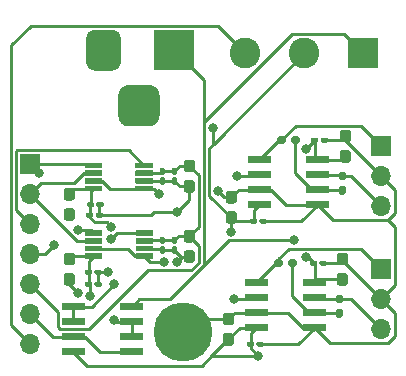
<source format=gbr>
%TF.GenerationSoftware,KiCad,Pcbnew,5.1.9+dfsg1-1+deb11u1*%
%TF.CreationDate,2023-02-21T15:32:32-05:00*%
%TF.ProjectId,DAC8811-sch,44414338-3831-4312-9d73-63682e6b6963,rev?*%
%TF.SameCoordinates,Original*%
%TF.FileFunction,Copper,L1,Top*%
%TF.FilePolarity,Positive*%
%FSLAX46Y46*%
G04 Gerber Fmt 4.6, Leading zero omitted, Abs format (unit mm)*
G04 Created by KiCad (PCBNEW 5.1.9+dfsg1-1+deb11u1) date 2023-02-21 15:32:32*
%MOMM*%
%LPD*%
G01*
G04 APERTURE LIST*
%TA.AperFunction,ComponentPad*%
%ADD10R,1.700000X1.700000*%
%TD*%
%TA.AperFunction,ComponentPad*%
%ADD11O,1.700000X1.700000*%
%TD*%
%TA.AperFunction,ComponentPad*%
%ADD12R,3.500000X3.500000*%
%TD*%
%TA.AperFunction,ComponentPad*%
%ADD13R,2.600000X2.600000*%
%TD*%
%TA.AperFunction,ComponentPad*%
%ADD14C,2.600000*%
%TD*%
%TA.AperFunction,ComponentPad*%
%ADD15C,5.000000*%
%TD*%
%TA.AperFunction,ViaPad*%
%ADD16C,0.800000*%
%TD*%
%TA.AperFunction,Conductor*%
%ADD17C,0.250000*%
%TD*%
G04 APERTURE END LIST*
%TO.P,C1,2*%
%TO.N,GND1*%
%TA.AperFunction,SMDPad,CuDef*%
G36*
G01*
X139683500Y-107879000D02*
X139208500Y-107879000D01*
G75*
G02*
X138971000Y-107641500I0J237500D01*
G01*
X138971000Y-107041500D01*
G75*
G02*
X139208500Y-106804000I237500J0D01*
G01*
X139683500Y-106804000D01*
G75*
G02*
X139921000Y-107041500I0J-237500D01*
G01*
X139921000Y-107641500D01*
G75*
G02*
X139683500Y-107879000I-237500J0D01*
G01*
G37*
%TD.AperFunction*%
%TO.P,C1,1*%
%TO.N,OPAMP_P*%
%TA.AperFunction,SMDPad,CuDef*%
G36*
G01*
X139683500Y-109604000D02*
X139208500Y-109604000D01*
G75*
G02*
X138971000Y-109366500I0J237500D01*
G01*
X138971000Y-108766500D01*
G75*
G02*
X139208500Y-108529000I237500J0D01*
G01*
X139683500Y-108529000D01*
G75*
G02*
X139921000Y-108766500I0J-237500D01*
G01*
X139921000Y-109366500D01*
G75*
G02*
X139683500Y-109604000I-237500J0D01*
G01*
G37*
%TD.AperFunction*%
%TD*%
%TO.P,C2,1*%
%TO.N,GND1*%
%TA.AperFunction,SMDPad,CuDef*%
G36*
G01*
X129556500Y-111984500D02*
X130031500Y-111984500D01*
G75*
G02*
X130269000Y-112222000I0J-237500D01*
G01*
X130269000Y-112822000D01*
G75*
G02*
X130031500Y-113059500I-237500J0D01*
G01*
X129556500Y-113059500D01*
G75*
G02*
X129319000Y-112822000I0J237500D01*
G01*
X129319000Y-112222000D01*
G75*
G02*
X129556500Y-111984500I237500J0D01*
G01*
G37*
%TD.AperFunction*%
%TO.P,C2,2*%
%TO.N,OPAMP_N*%
%TA.AperFunction,SMDPad,CuDef*%
G36*
G01*
X129556500Y-113709500D02*
X130031500Y-113709500D01*
G75*
G02*
X130269000Y-113947000I0J-237500D01*
G01*
X130269000Y-114547000D01*
G75*
G02*
X130031500Y-114784500I-237500J0D01*
G01*
X129556500Y-114784500D01*
G75*
G02*
X129319000Y-114547000I0J237500D01*
G01*
X129319000Y-113947000D01*
G75*
G02*
X129556500Y-113709500I237500J0D01*
G01*
G37*
%TD.AperFunction*%
%TD*%
%TO.P,C3,2*%
%TO.N,GND1*%
%TA.AperFunction,SMDPad,CuDef*%
G36*
G01*
X137350500Y-107796000D02*
X137350500Y-107596000D01*
G75*
G02*
X137450500Y-107496000I100000J0D01*
G01*
X137885500Y-107496000D01*
G75*
G02*
X137985500Y-107596000I0J-100000D01*
G01*
X137985500Y-107796000D01*
G75*
G02*
X137885500Y-107896000I-100000J0D01*
G01*
X137450500Y-107896000D01*
G75*
G02*
X137350500Y-107796000I0J100000D01*
G01*
G37*
%TD.AperFunction*%
%TO.P,C3,1*%
%TO.N,OPAMP_P*%
%TA.AperFunction,SMDPad,CuDef*%
G36*
G01*
X136535500Y-107796000D02*
X136535500Y-107596000D01*
G75*
G02*
X136635500Y-107496000I100000J0D01*
G01*
X137070500Y-107496000D01*
G75*
G02*
X137170500Y-107596000I0J-100000D01*
G01*
X137170500Y-107796000D01*
G75*
G02*
X137070500Y-107896000I-100000J0D01*
G01*
X136635500Y-107896000D01*
G75*
G02*
X136535500Y-107796000I0J100000D01*
G01*
G37*
%TD.AperFunction*%
%TD*%
%TO.P,C4,1*%
%TO.N,GND1*%
%TA.AperFunction,SMDPad,CuDef*%
G36*
G01*
X132805000Y-114454000D02*
X132805000Y-114654000D01*
G75*
G02*
X132705000Y-114754000I-100000J0D01*
G01*
X132270000Y-114754000D01*
G75*
G02*
X132170000Y-114654000I0J100000D01*
G01*
X132170000Y-114454000D01*
G75*
G02*
X132270000Y-114354000I100000J0D01*
G01*
X132705000Y-114354000D01*
G75*
G02*
X132805000Y-114454000I0J-100000D01*
G01*
G37*
%TD.AperFunction*%
%TO.P,C4,2*%
%TO.N,OPAMP_N*%
%TA.AperFunction,SMDPad,CuDef*%
G36*
G01*
X131990000Y-114454000D02*
X131990000Y-114654000D01*
G75*
G02*
X131890000Y-114754000I-100000J0D01*
G01*
X131455000Y-114754000D01*
G75*
G02*
X131355000Y-114654000I0J100000D01*
G01*
X131355000Y-114454000D01*
G75*
G02*
X131455000Y-114354000I100000J0D01*
G01*
X131890000Y-114354000D01*
G75*
G02*
X131990000Y-114454000I0J-100000D01*
G01*
G37*
%TD.AperFunction*%
%TD*%
%TO.P,C5,1*%
%TO.N,DVDD*%
%TA.AperFunction,SMDPad,CuDef*%
G36*
G01*
X126000500Y-115286500D02*
X126475500Y-115286500D01*
G75*
G02*
X126713000Y-115524000I0J-237500D01*
G01*
X126713000Y-116124000D01*
G75*
G02*
X126475500Y-116361500I-237500J0D01*
G01*
X126000500Y-116361500D01*
G75*
G02*
X125763000Y-116124000I0J237500D01*
G01*
X125763000Y-115524000D01*
G75*
G02*
X126000500Y-115286500I237500J0D01*
G01*
G37*
%TD.AperFunction*%
%TO.P,C5,2*%
%TO.N,GND1*%
%TA.AperFunction,SMDPad,CuDef*%
G36*
G01*
X126000500Y-117011500D02*
X126475500Y-117011500D01*
G75*
G02*
X126713000Y-117249000I0J-237500D01*
G01*
X126713000Y-117849000D01*
G75*
G02*
X126475500Y-118086500I-237500J0D01*
G01*
X126000500Y-118086500D01*
G75*
G02*
X125763000Y-117849000I0J237500D01*
G01*
X125763000Y-117249000D01*
G75*
G02*
X126000500Y-117011500I237500J0D01*
G01*
G37*
%TD.AperFunction*%
%TD*%
%TO.P,C6,2*%
%TO.N,GND1*%
%TA.AperFunction,SMDPad,CuDef*%
G36*
G01*
X126000500Y-111069000D02*
X126475500Y-111069000D01*
G75*
G02*
X126713000Y-111306500I0J-237500D01*
G01*
X126713000Y-111906500D01*
G75*
G02*
X126475500Y-112144000I-237500J0D01*
G01*
X126000500Y-112144000D01*
G75*
G02*
X125763000Y-111906500I0J237500D01*
G01*
X125763000Y-111306500D01*
G75*
G02*
X126000500Y-111069000I237500J0D01*
G01*
G37*
%TD.AperFunction*%
%TO.P,C6,1*%
%TO.N,DVDD*%
%TA.AperFunction,SMDPad,CuDef*%
G36*
G01*
X126000500Y-109344000D02*
X126475500Y-109344000D01*
G75*
G02*
X126713000Y-109581500I0J-237500D01*
G01*
X126713000Y-110181500D01*
G75*
G02*
X126475500Y-110419000I-237500J0D01*
G01*
X126000500Y-110419000D01*
G75*
G02*
X125763000Y-110181500I0J237500D01*
G01*
X125763000Y-109581500D01*
G75*
G02*
X126000500Y-109344000I237500J0D01*
G01*
G37*
%TD.AperFunction*%
%TD*%
%TO.P,C7,2*%
%TO.N,GND1*%
%TA.AperFunction,SMDPad,CuDef*%
G36*
G01*
X124868000Y-116676000D02*
X125068000Y-116676000D01*
G75*
G02*
X125168000Y-116776000I0J-100000D01*
G01*
X125168000Y-117211000D01*
G75*
G02*
X125068000Y-117311000I-100000J0D01*
G01*
X124868000Y-117311000D01*
G75*
G02*
X124768000Y-117211000I0J100000D01*
G01*
X124768000Y-116776000D01*
G75*
G02*
X124868000Y-116676000I100000J0D01*
G01*
G37*
%TD.AperFunction*%
%TO.P,C7,1*%
%TO.N,DVDD*%
%TA.AperFunction,SMDPad,CuDef*%
G36*
G01*
X124868000Y-115861000D02*
X125068000Y-115861000D01*
G75*
G02*
X125168000Y-115961000I0J-100000D01*
G01*
X125168000Y-116396000D01*
G75*
G02*
X125068000Y-116496000I-100000J0D01*
G01*
X124868000Y-116496000D01*
G75*
G02*
X124768000Y-116396000I0J100000D01*
G01*
X124768000Y-115961000D01*
G75*
G02*
X124868000Y-115861000I100000J0D01*
G01*
G37*
%TD.AperFunction*%
%TD*%
%TO.P,C8,2*%
%TO.N,GND1*%
%TA.AperFunction,SMDPad,CuDef*%
G36*
G01*
X124868000Y-110834000D02*
X125068000Y-110834000D01*
G75*
G02*
X125168000Y-110934000I0J-100000D01*
G01*
X125168000Y-111369000D01*
G75*
G02*
X125068000Y-111469000I-100000J0D01*
G01*
X124868000Y-111469000D01*
G75*
G02*
X124768000Y-111369000I0J100000D01*
G01*
X124768000Y-110934000D01*
G75*
G02*
X124868000Y-110834000I100000J0D01*
G01*
G37*
%TD.AperFunction*%
%TO.P,C8,1*%
%TO.N,DVDD*%
%TA.AperFunction,SMDPad,CuDef*%
G36*
G01*
X124868000Y-110019000D02*
X125068000Y-110019000D01*
G75*
G02*
X125168000Y-110119000I0J-100000D01*
G01*
X125168000Y-110554000D01*
G75*
G02*
X125068000Y-110654000I-100000J0D01*
G01*
X124868000Y-110654000D01*
G75*
G02*
X124768000Y-110554000I0J100000D01*
G01*
X124768000Y-110119000D01*
G75*
G02*
X124868000Y-110019000I100000J0D01*
G01*
G37*
%TD.AperFunction*%
%TD*%
%TO.P,C9,1*%
%TO.N,DVDD*%
%TA.AperFunction,SMDPad,CuDef*%
G36*
G01*
X123852000Y-115861000D02*
X124052000Y-115861000D01*
G75*
G02*
X124152000Y-115961000I0J-100000D01*
G01*
X124152000Y-116396000D01*
G75*
G02*
X124052000Y-116496000I-100000J0D01*
G01*
X123852000Y-116496000D01*
G75*
G02*
X123752000Y-116396000I0J100000D01*
G01*
X123752000Y-115961000D01*
G75*
G02*
X123852000Y-115861000I100000J0D01*
G01*
G37*
%TD.AperFunction*%
%TO.P,C9,2*%
%TO.N,GND1*%
%TA.AperFunction,SMDPad,CuDef*%
G36*
G01*
X123852000Y-116676000D02*
X124052000Y-116676000D01*
G75*
G02*
X124152000Y-116776000I0J-100000D01*
G01*
X124152000Y-117211000D01*
G75*
G02*
X124052000Y-117311000I-100000J0D01*
G01*
X123852000Y-117311000D01*
G75*
G02*
X123752000Y-117211000I0J100000D01*
G01*
X123752000Y-116776000D01*
G75*
G02*
X123852000Y-116676000I100000J0D01*
G01*
G37*
%TD.AperFunction*%
%TD*%
%TO.P,C10,1*%
%TO.N,DVDD*%
%TA.AperFunction,SMDPad,CuDef*%
G36*
G01*
X123852000Y-110019000D02*
X124052000Y-110019000D01*
G75*
G02*
X124152000Y-110119000I0J-100000D01*
G01*
X124152000Y-110554000D01*
G75*
G02*
X124052000Y-110654000I-100000J0D01*
G01*
X123852000Y-110654000D01*
G75*
G02*
X123752000Y-110554000I0J100000D01*
G01*
X123752000Y-110119000D01*
G75*
G02*
X123852000Y-110019000I100000J0D01*
G01*
G37*
%TD.AperFunction*%
%TO.P,C10,2*%
%TO.N,GND1*%
%TA.AperFunction,SMDPad,CuDef*%
G36*
G01*
X123852000Y-110834000D02*
X124052000Y-110834000D01*
G75*
G02*
X124152000Y-110934000I0J-100000D01*
G01*
X124152000Y-111369000D01*
G75*
G02*
X124052000Y-111469000I-100000J0D01*
G01*
X123852000Y-111469000D01*
G75*
G02*
X123752000Y-111369000I0J100000D01*
G01*
X123752000Y-110934000D01*
G75*
G02*
X123852000Y-110834000I100000J0D01*
G01*
G37*
%TD.AperFunction*%
%TD*%
%TO.P,C21,1*%
%TO.N,OPAMP_P*%
%TA.AperFunction,SMDPad,CuDef*%
G36*
G01*
X139429500Y-120018000D02*
X138954500Y-120018000D01*
G75*
G02*
X138717000Y-119780500I0J237500D01*
G01*
X138717000Y-119180500D01*
G75*
G02*
X138954500Y-118943000I237500J0D01*
G01*
X139429500Y-118943000D01*
G75*
G02*
X139667000Y-119180500I0J-237500D01*
G01*
X139667000Y-119780500D01*
G75*
G02*
X139429500Y-120018000I-237500J0D01*
G01*
G37*
%TD.AperFunction*%
%TO.P,C21,2*%
%TO.N,GND1*%
%TA.AperFunction,SMDPad,CuDef*%
G36*
G01*
X139429500Y-118293000D02*
X138954500Y-118293000D01*
G75*
G02*
X138717000Y-118055500I0J237500D01*
G01*
X138717000Y-117455500D01*
G75*
G02*
X138954500Y-117218000I237500J0D01*
G01*
X139429500Y-117218000D01*
G75*
G02*
X139667000Y-117455500I0J-237500D01*
G01*
X139667000Y-118055500D01*
G75*
G02*
X139429500Y-118293000I-237500J0D01*
G01*
G37*
%TD.AperFunction*%
%TD*%
%TO.P,C22,2*%
%TO.N,OPAMP_N*%
%TA.AperFunction,SMDPad,CuDef*%
G36*
G01*
X129302500Y-124023000D02*
X129777500Y-124023000D01*
G75*
G02*
X130015000Y-124260500I0J-237500D01*
G01*
X130015000Y-124860500D01*
G75*
G02*
X129777500Y-125098000I-237500J0D01*
G01*
X129302500Y-125098000D01*
G75*
G02*
X129065000Y-124860500I0J237500D01*
G01*
X129065000Y-124260500D01*
G75*
G02*
X129302500Y-124023000I237500J0D01*
G01*
G37*
%TD.AperFunction*%
%TO.P,C22,1*%
%TO.N,GND1*%
%TA.AperFunction,SMDPad,CuDef*%
G36*
G01*
X129302500Y-122298000D02*
X129777500Y-122298000D01*
G75*
G02*
X130015000Y-122535500I0J-237500D01*
G01*
X130015000Y-123135500D01*
G75*
G02*
X129777500Y-123373000I-237500J0D01*
G01*
X129302500Y-123373000D01*
G75*
G02*
X129065000Y-123135500I0J237500D01*
G01*
X129065000Y-122535500D01*
G75*
G02*
X129302500Y-122298000I237500J0D01*
G01*
G37*
%TD.AperFunction*%
%TD*%
%TO.P,C23,2*%
%TO.N,GND1*%
%TA.AperFunction,SMDPad,CuDef*%
G36*
G01*
X137250000Y-118210000D02*
X137250000Y-118010000D01*
G75*
G02*
X137350000Y-117910000I100000J0D01*
G01*
X137785000Y-117910000D01*
G75*
G02*
X137885000Y-118010000I0J-100000D01*
G01*
X137885000Y-118210000D01*
G75*
G02*
X137785000Y-118310000I-100000J0D01*
G01*
X137350000Y-118310000D01*
G75*
G02*
X137250000Y-118210000I0J100000D01*
G01*
G37*
%TD.AperFunction*%
%TO.P,C23,1*%
%TO.N,OPAMP_P*%
%TA.AperFunction,SMDPad,CuDef*%
G36*
G01*
X136435000Y-118210000D02*
X136435000Y-118010000D01*
G75*
G02*
X136535000Y-117910000I100000J0D01*
G01*
X136970000Y-117910000D01*
G75*
G02*
X137070000Y-118010000I0J-100000D01*
G01*
X137070000Y-118210000D01*
G75*
G02*
X136970000Y-118310000I-100000J0D01*
G01*
X136535000Y-118310000D01*
G75*
G02*
X136435000Y-118210000I0J100000D01*
G01*
G37*
%TD.AperFunction*%
%TD*%
%TO.P,C24,1*%
%TO.N,GND1*%
%TA.AperFunction,SMDPad,CuDef*%
G36*
G01*
X132551000Y-124868000D02*
X132551000Y-125068000D01*
G75*
G02*
X132451000Y-125168000I-100000J0D01*
G01*
X132016000Y-125168000D01*
G75*
G02*
X131916000Y-125068000I0J100000D01*
G01*
X131916000Y-124868000D01*
G75*
G02*
X132016000Y-124768000I100000J0D01*
G01*
X132451000Y-124768000D01*
G75*
G02*
X132551000Y-124868000I0J-100000D01*
G01*
G37*
%TD.AperFunction*%
%TO.P,C24,2*%
%TO.N,OPAMP_N*%
%TA.AperFunction,SMDPad,CuDef*%
G36*
G01*
X131736000Y-124868000D02*
X131736000Y-125068000D01*
G75*
G02*
X131636000Y-125168000I-100000J0D01*
G01*
X131201000Y-125168000D01*
G75*
G02*
X131101000Y-125068000I0J100000D01*
G01*
X131101000Y-124868000D01*
G75*
G02*
X131201000Y-124768000I100000J0D01*
G01*
X131636000Y-124768000D01*
G75*
G02*
X131736000Y-124868000I0J-100000D01*
G01*
G37*
%TD.AperFunction*%
%TD*%
D10*
%TO.P,J1,1*%
%TO.N,SCLK*%
X112776000Y-109728000D03*
D11*
%TO.P,J1,2*%
%TO.N,SDIN*%
X112776000Y-112268000D03*
%TO.P,J1,3*%
%TO.N,CS_X*%
X112776000Y-114808000D03*
%TO.P,J1,4*%
%TO.N,CS_Y*%
X112776000Y-117348000D03*
%TO.P,J1,5*%
%TO.N,DVDD*%
X112776000Y-119888000D03*
%TO.P,J1,6*%
%TO.N,5V*%
X112776000Y-122428000D03*
%TO.P,J1,7*%
%TO.N,GND1*%
X112776000Y-124968000D03*
%TD*%
D12*
%TO.P,J3,1*%
%TO.N,OPAMP_P*%
X124968000Y-100076000D03*
%TO.P,J3,2*%
%TO.N,OPAMP_N*%
%TA.AperFunction,ComponentPad*%
G36*
G01*
X117468000Y-101076000D02*
X117468000Y-99076000D01*
G75*
G02*
X118218000Y-98326000I750000J0D01*
G01*
X119718000Y-98326000D01*
G75*
G02*
X120468000Y-99076000I0J-750000D01*
G01*
X120468000Y-101076000D01*
G75*
G02*
X119718000Y-101826000I-750000J0D01*
G01*
X118218000Y-101826000D01*
G75*
G02*
X117468000Y-101076000I0J750000D01*
G01*
G37*
%TD.AperFunction*%
%TO.P,J3,3*%
%TO.N,N/C*%
%TA.AperFunction,ComponentPad*%
G36*
G01*
X120218000Y-105651000D02*
X120218000Y-103901000D01*
G75*
G02*
X121093000Y-103026000I875000J0D01*
G01*
X122843000Y-103026000D01*
G75*
G02*
X123718000Y-103901000I0J-875000D01*
G01*
X123718000Y-105651000D01*
G75*
G02*
X122843000Y-106526000I-875000J0D01*
G01*
X121093000Y-106526000D01*
G75*
G02*
X120218000Y-105651000I0J875000D01*
G01*
G37*
%TD.AperFunction*%
%TD*%
D10*
%TO.P,J4,1*%
%TO.N,VOUT_Y_P*%
X142494000Y-118618000D03*
D11*
%TO.P,J4,2*%
%TO.N,GND1*%
X142494000Y-121158000D03*
%TO.P,J4,3*%
%TO.N,VOUT_Y_N*%
X142494000Y-123698000D03*
%TD*%
%TO.P,J5,3*%
%TO.N,VOUT_X_N*%
X142494000Y-113284000D03*
%TO.P,J5,2*%
%TO.N,GND1*%
X142494000Y-110744000D03*
D10*
%TO.P,J5,1*%
%TO.N,VOUT_X_P*%
X142494000Y-108204000D03*
%TD*%
%TO.P,R1,2*%
%TO.N,Net-(R1-Pad2)*%
%TA.AperFunction,SMDPad,CuDef*%
G36*
G01*
X138778000Y-121995500D02*
X139098000Y-121995500D01*
G75*
G02*
X139258000Y-122155500I0J-160000D01*
G01*
X139258000Y-122550500D01*
G75*
G02*
X139098000Y-122710500I-160000J0D01*
G01*
X138778000Y-122710500D01*
G75*
G02*
X138618000Y-122550500I0J160000D01*
G01*
X138618000Y-122155500D01*
G75*
G02*
X138778000Y-121995500I160000J0D01*
G01*
G37*
%TD.AperFunction*%
%TO.P,R1,1*%
%TO.N,VOUT_Y_N*%
%TA.AperFunction,SMDPad,CuDef*%
G36*
G01*
X138778000Y-120800500D02*
X139098000Y-120800500D01*
G75*
G02*
X139258000Y-120960500I0J-160000D01*
G01*
X139258000Y-121355500D01*
G75*
G02*
X139098000Y-121515500I-160000J0D01*
G01*
X138778000Y-121515500D01*
G75*
G02*
X138618000Y-121355500I0J160000D01*
G01*
X138618000Y-120960500D01*
G75*
G02*
X138778000Y-120800500I160000J0D01*
G01*
G37*
%TD.AperFunction*%
%TD*%
%TO.P,R2,1*%
%TO.N,VOUT_Y_P*%
%TA.AperFunction,SMDPad,CuDef*%
G36*
G01*
X133411000Y-118270000D02*
X133411000Y-117950000D01*
G75*
G02*
X133571000Y-117790000I160000J0D01*
G01*
X133966000Y-117790000D01*
G75*
G02*
X134126000Y-117950000I0J-160000D01*
G01*
X134126000Y-118270000D01*
G75*
G02*
X133966000Y-118430000I-160000J0D01*
G01*
X133571000Y-118430000D01*
G75*
G02*
X133411000Y-118270000I0J160000D01*
G01*
G37*
%TD.AperFunction*%
%TO.P,R2,2*%
%TO.N,Net-(R1-Pad2)*%
%TA.AperFunction,SMDPad,CuDef*%
G36*
G01*
X134606000Y-118270000D02*
X134606000Y-117950000D01*
G75*
G02*
X134766000Y-117790000I160000J0D01*
G01*
X135161000Y-117790000D01*
G75*
G02*
X135321000Y-117950000I0J-160000D01*
G01*
X135321000Y-118270000D01*
G75*
G02*
X135161000Y-118430000I-160000J0D01*
G01*
X134766000Y-118430000D01*
G75*
G02*
X134606000Y-118270000I0J160000D01*
G01*
G37*
%TD.AperFunction*%
%TD*%
%TO.P,R3,2*%
%TO.N,Net-(R3-Pad2)*%
%TA.AperFunction,SMDPad,CuDef*%
G36*
G01*
X139032000Y-111581500D02*
X139352000Y-111581500D01*
G75*
G02*
X139512000Y-111741500I0J-160000D01*
G01*
X139512000Y-112136500D01*
G75*
G02*
X139352000Y-112296500I-160000J0D01*
G01*
X139032000Y-112296500D01*
G75*
G02*
X138872000Y-112136500I0J160000D01*
G01*
X138872000Y-111741500D01*
G75*
G02*
X139032000Y-111581500I160000J0D01*
G01*
G37*
%TD.AperFunction*%
%TO.P,R3,1*%
%TO.N,VOUT_X_N*%
%TA.AperFunction,SMDPad,CuDef*%
G36*
G01*
X139032000Y-110386500D02*
X139352000Y-110386500D01*
G75*
G02*
X139512000Y-110546500I0J-160000D01*
G01*
X139512000Y-110941500D01*
G75*
G02*
X139352000Y-111101500I-160000J0D01*
G01*
X139032000Y-111101500D01*
G75*
G02*
X138872000Y-110941500I0J160000D01*
G01*
X138872000Y-110546500D01*
G75*
G02*
X139032000Y-110386500I160000J0D01*
G01*
G37*
%TD.AperFunction*%
%TD*%
%TO.P,R4,1*%
%TO.N,VOUT_X_P*%
%TA.AperFunction,SMDPad,CuDef*%
G36*
G01*
X133665000Y-107856000D02*
X133665000Y-107536000D01*
G75*
G02*
X133825000Y-107376000I160000J0D01*
G01*
X134220000Y-107376000D01*
G75*
G02*
X134380000Y-107536000I0J-160000D01*
G01*
X134380000Y-107856000D01*
G75*
G02*
X134220000Y-108016000I-160000J0D01*
G01*
X133825000Y-108016000D01*
G75*
G02*
X133665000Y-107856000I0J160000D01*
G01*
G37*
%TD.AperFunction*%
%TO.P,R4,2*%
%TO.N,Net-(R3-Pad2)*%
%TA.AperFunction,SMDPad,CuDef*%
G36*
G01*
X134860000Y-107856000D02*
X134860000Y-107536000D01*
G75*
G02*
X135020000Y-107376000I160000J0D01*
G01*
X135415000Y-107376000D01*
G75*
G02*
X135575000Y-107536000I0J-160000D01*
G01*
X135575000Y-107856000D01*
G75*
G02*
X135415000Y-108016000I-160000J0D01*
G01*
X135020000Y-108016000D01*
G75*
G02*
X134860000Y-107856000I0J160000D01*
G01*
G37*
%TD.AperFunction*%
%TD*%
%TO.P,U1,8*%
%TO.N,CS_Y*%
%TA.AperFunction,SMDPad,CuDef*%
G36*
G01*
X121693000Y-115781200D02*
X121693000Y-115358800D01*
G75*
G02*
X121721800Y-115330000I28800J0D01*
G01*
X123134200Y-115330000D01*
G75*
G02*
X123163000Y-115358800I0J-28800D01*
G01*
X123163000Y-115781200D01*
G75*
G02*
X123134200Y-115810000I-28800J0D01*
G01*
X121721800Y-115810000D01*
G75*
G02*
X121693000Y-115781200I0J28800D01*
G01*
G37*
%TD.AperFunction*%
%TO.P,U1,7*%
%TO.N,DVDD*%
%TA.AperFunction,SMDPad,CuDef*%
G36*
G01*
X121693000Y-116431200D02*
X121693000Y-116008800D01*
G75*
G02*
X121721800Y-115980000I28800J0D01*
G01*
X123134200Y-115980000D01*
G75*
G02*
X123163000Y-116008800I0J-28800D01*
G01*
X123163000Y-116431200D01*
G75*
G02*
X123134200Y-116460000I-28800J0D01*
G01*
X121721800Y-116460000D01*
G75*
G02*
X121693000Y-116431200I0J28800D01*
G01*
G37*
%TD.AperFunction*%
%TO.P,U1,6*%
%TO.N,GND1*%
%TA.AperFunction,SMDPad,CuDef*%
G36*
G01*
X121693000Y-117081200D02*
X121693000Y-116658800D01*
G75*
G02*
X121721800Y-116630000I28800J0D01*
G01*
X123134200Y-116630000D01*
G75*
G02*
X123163000Y-116658800I0J-28800D01*
G01*
X123163000Y-117081200D01*
G75*
G02*
X123134200Y-117110000I-28800J0D01*
G01*
X121721800Y-117110000D01*
G75*
G02*
X121693000Y-117081200I0J28800D01*
G01*
G37*
%TD.AperFunction*%
%TO.P,U1,5*%
%TO.N,Net-(U1-Pad3)*%
%TA.AperFunction,SMDPad,CuDef*%
G36*
G01*
X121693000Y-117731200D02*
X121693000Y-117308800D01*
G75*
G02*
X121721800Y-117280000I28800J0D01*
G01*
X123134200Y-117280000D01*
G75*
G02*
X123163000Y-117308800I0J-28800D01*
G01*
X123163000Y-117731200D01*
G75*
G02*
X123134200Y-117760000I-28800J0D01*
G01*
X121721800Y-117760000D01*
G75*
G02*
X121693000Y-117731200I0J28800D01*
G01*
G37*
%TD.AperFunction*%
%TO.P,U1,4*%
%TO.N,Vref_y*%
%TA.AperFunction,SMDPad,CuDef*%
G36*
G01*
X117393000Y-117731200D02*
X117393000Y-117308800D01*
G75*
G02*
X117421800Y-117280000I28800J0D01*
G01*
X118834200Y-117280000D01*
G75*
G02*
X118863000Y-117308800I0J-28800D01*
G01*
X118863000Y-117731200D01*
G75*
G02*
X118834200Y-117760000I-28800J0D01*
G01*
X117421800Y-117760000D01*
G75*
G02*
X117393000Y-117731200I0J28800D01*
G01*
G37*
%TD.AperFunction*%
%TO.P,U1,3*%
%TO.N,Net-(U1-Pad3)*%
%TA.AperFunction,SMDPad,CuDef*%
G36*
G01*
X117393000Y-117081200D02*
X117393000Y-116658800D01*
G75*
G02*
X117421800Y-116630000I28800J0D01*
G01*
X118834200Y-116630000D01*
G75*
G02*
X118863000Y-116658800I0J-28800D01*
G01*
X118863000Y-117081200D01*
G75*
G02*
X118834200Y-117110000I-28800J0D01*
G01*
X117421800Y-117110000D01*
G75*
G02*
X117393000Y-117081200I0J28800D01*
G01*
G37*
%TD.AperFunction*%
%TO.P,U1,2*%
%TO.N,SDIN*%
%TA.AperFunction,SMDPad,CuDef*%
G36*
G01*
X117393000Y-116431200D02*
X117393000Y-116008800D01*
G75*
G02*
X117421800Y-115980000I28800J0D01*
G01*
X118834200Y-115980000D01*
G75*
G02*
X118863000Y-116008800I0J-28800D01*
G01*
X118863000Y-116431200D01*
G75*
G02*
X118834200Y-116460000I-28800J0D01*
G01*
X117421800Y-116460000D01*
G75*
G02*
X117393000Y-116431200I0J28800D01*
G01*
G37*
%TD.AperFunction*%
%TO.P,U1,1*%
%TO.N,SCLK*%
%TA.AperFunction,SMDPad,CuDef*%
G36*
G01*
X117393000Y-115781200D02*
X117393000Y-115358800D01*
G75*
G02*
X117421800Y-115330000I28800J0D01*
G01*
X118834200Y-115330000D01*
G75*
G02*
X118863000Y-115358800I0J-28800D01*
G01*
X118863000Y-115781200D01*
G75*
G02*
X118834200Y-115810000I-28800J0D01*
G01*
X117421800Y-115810000D01*
G75*
G02*
X117393000Y-115781200I0J28800D01*
G01*
G37*
%TD.AperFunction*%
%TD*%
%TO.P,U2,1*%
%TO.N,SCLK*%
%TA.AperFunction,SMDPad,CuDef*%
G36*
G01*
X117375000Y-110051200D02*
X117375000Y-109628800D01*
G75*
G02*
X117403800Y-109600000I28800J0D01*
G01*
X118816200Y-109600000D01*
G75*
G02*
X118845000Y-109628800I0J-28800D01*
G01*
X118845000Y-110051200D01*
G75*
G02*
X118816200Y-110080000I-28800J0D01*
G01*
X117403800Y-110080000D01*
G75*
G02*
X117375000Y-110051200I0J28800D01*
G01*
G37*
%TD.AperFunction*%
%TO.P,U2,2*%
%TO.N,SDIN*%
%TA.AperFunction,SMDPad,CuDef*%
G36*
G01*
X117375000Y-110701200D02*
X117375000Y-110278800D01*
G75*
G02*
X117403800Y-110250000I28800J0D01*
G01*
X118816200Y-110250000D01*
G75*
G02*
X118845000Y-110278800I0J-28800D01*
G01*
X118845000Y-110701200D01*
G75*
G02*
X118816200Y-110730000I-28800J0D01*
G01*
X117403800Y-110730000D01*
G75*
G02*
X117375000Y-110701200I0J28800D01*
G01*
G37*
%TD.AperFunction*%
%TO.P,U2,3*%
%TO.N,Net-(U2-Pad3)*%
%TA.AperFunction,SMDPad,CuDef*%
G36*
G01*
X117375000Y-111351200D02*
X117375000Y-110928800D01*
G75*
G02*
X117403800Y-110900000I28800J0D01*
G01*
X118816200Y-110900000D01*
G75*
G02*
X118845000Y-110928800I0J-28800D01*
G01*
X118845000Y-111351200D01*
G75*
G02*
X118816200Y-111380000I-28800J0D01*
G01*
X117403800Y-111380000D01*
G75*
G02*
X117375000Y-111351200I0J28800D01*
G01*
G37*
%TD.AperFunction*%
%TO.P,U2,4*%
%TO.N,Vref_x*%
%TA.AperFunction,SMDPad,CuDef*%
G36*
G01*
X117375000Y-112001200D02*
X117375000Y-111578800D01*
G75*
G02*
X117403800Y-111550000I28800J0D01*
G01*
X118816200Y-111550000D01*
G75*
G02*
X118845000Y-111578800I0J-28800D01*
G01*
X118845000Y-112001200D01*
G75*
G02*
X118816200Y-112030000I-28800J0D01*
G01*
X117403800Y-112030000D01*
G75*
G02*
X117375000Y-112001200I0J28800D01*
G01*
G37*
%TD.AperFunction*%
%TO.P,U2,5*%
%TO.N,Net-(U2-Pad3)*%
%TA.AperFunction,SMDPad,CuDef*%
G36*
G01*
X121675000Y-112001200D02*
X121675000Y-111578800D01*
G75*
G02*
X121703800Y-111550000I28800J0D01*
G01*
X123116200Y-111550000D01*
G75*
G02*
X123145000Y-111578800I0J-28800D01*
G01*
X123145000Y-112001200D01*
G75*
G02*
X123116200Y-112030000I-28800J0D01*
G01*
X121703800Y-112030000D01*
G75*
G02*
X121675000Y-112001200I0J28800D01*
G01*
G37*
%TD.AperFunction*%
%TO.P,U2,6*%
%TO.N,GND1*%
%TA.AperFunction,SMDPad,CuDef*%
G36*
G01*
X121675000Y-111351200D02*
X121675000Y-110928800D01*
G75*
G02*
X121703800Y-110900000I28800J0D01*
G01*
X123116200Y-110900000D01*
G75*
G02*
X123145000Y-110928800I0J-28800D01*
G01*
X123145000Y-111351200D01*
G75*
G02*
X123116200Y-111380000I-28800J0D01*
G01*
X121703800Y-111380000D01*
G75*
G02*
X121675000Y-111351200I0J28800D01*
G01*
G37*
%TD.AperFunction*%
%TO.P,U2,7*%
%TO.N,DVDD*%
%TA.AperFunction,SMDPad,CuDef*%
G36*
G01*
X121675000Y-110701200D02*
X121675000Y-110278800D01*
G75*
G02*
X121703800Y-110250000I28800J0D01*
G01*
X123116200Y-110250000D01*
G75*
G02*
X123145000Y-110278800I0J-28800D01*
G01*
X123145000Y-110701200D01*
G75*
G02*
X123116200Y-110730000I-28800J0D01*
G01*
X121703800Y-110730000D01*
G75*
G02*
X121675000Y-110701200I0J28800D01*
G01*
G37*
%TD.AperFunction*%
%TO.P,U2,8*%
%TO.N,CS_X*%
%TA.AperFunction,SMDPad,CuDef*%
G36*
G01*
X121675000Y-110051200D02*
X121675000Y-109628800D01*
G75*
G02*
X121703800Y-109600000I28800J0D01*
G01*
X123116200Y-109600000D01*
G75*
G02*
X123145000Y-109628800I0J-28800D01*
G01*
X123145000Y-110051200D01*
G75*
G02*
X123116200Y-110080000I-28800J0D01*
G01*
X121703800Y-110080000D01*
G75*
G02*
X121675000Y-110051200I0J28800D01*
G01*
G37*
%TD.AperFunction*%
%TD*%
%TO.P,U3,1*%
%TO.N,VOUT_Y_P*%
%TA.AperFunction,SMDPad,CuDef*%
G36*
G01*
X130911000Y-120019000D02*
X130911000Y-119503000D01*
G75*
G02*
X130953000Y-119461000I42000J0D01*
G01*
X132839000Y-119461000D01*
G75*
G02*
X132881000Y-119503000I0J-42000D01*
G01*
X132881000Y-120019000D01*
G75*
G02*
X132839000Y-120061000I-42000J0D01*
G01*
X130953000Y-120061000D01*
G75*
G02*
X130911000Y-120019000I0J42000D01*
G01*
G37*
%TD.AperFunction*%
%TO.P,U3,2*%
%TO.N,Net-(U1-Pad3)*%
%TA.AperFunction,SMDPad,CuDef*%
G36*
G01*
X130911000Y-121289000D02*
X130911000Y-120773000D01*
G75*
G02*
X130953000Y-120731000I42000J0D01*
G01*
X132839000Y-120731000D01*
G75*
G02*
X132881000Y-120773000I0J-42000D01*
G01*
X132881000Y-121289000D01*
G75*
G02*
X132839000Y-121331000I-42000J0D01*
G01*
X130953000Y-121331000D01*
G75*
G02*
X130911000Y-121289000I0J42000D01*
G01*
G37*
%TD.AperFunction*%
%TO.P,U3,3*%
%TO.N,GND1*%
%TA.AperFunction,SMDPad,CuDef*%
G36*
G01*
X130911000Y-122559000D02*
X130911000Y-122043000D01*
G75*
G02*
X130953000Y-122001000I42000J0D01*
G01*
X132839000Y-122001000D01*
G75*
G02*
X132881000Y-122043000I0J-42000D01*
G01*
X132881000Y-122559000D01*
G75*
G02*
X132839000Y-122601000I-42000J0D01*
G01*
X130953000Y-122601000D01*
G75*
G02*
X130911000Y-122559000I0J42000D01*
G01*
G37*
%TD.AperFunction*%
%TO.P,U3,4*%
%TO.N,OPAMP_N*%
%TA.AperFunction,SMDPad,CuDef*%
G36*
G01*
X130911000Y-123829000D02*
X130911000Y-123313000D01*
G75*
G02*
X130953000Y-123271000I42000J0D01*
G01*
X132839000Y-123271000D01*
G75*
G02*
X132881000Y-123313000I0J-42000D01*
G01*
X132881000Y-123829000D01*
G75*
G02*
X132839000Y-123871000I-42000J0D01*
G01*
X130953000Y-123871000D01*
G75*
G02*
X130911000Y-123829000I0J42000D01*
G01*
G37*
%TD.AperFunction*%
%TO.P,U3,5*%
%TO.N,GND1*%
%TA.AperFunction,SMDPad,CuDef*%
G36*
G01*
X135851000Y-123829000D02*
X135851000Y-123313000D01*
G75*
G02*
X135893000Y-123271000I42000J0D01*
G01*
X137779000Y-123271000D01*
G75*
G02*
X137821000Y-123313000I0J-42000D01*
G01*
X137821000Y-123829000D01*
G75*
G02*
X137779000Y-123871000I-42000J0D01*
G01*
X135893000Y-123871000D01*
G75*
G02*
X135851000Y-123829000I0J42000D01*
G01*
G37*
%TD.AperFunction*%
%TO.P,U3,6*%
%TO.N,Net-(R1-Pad2)*%
%TA.AperFunction,SMDPad,CuDef*%
G36*
G01*
X135851000Y-122559000D02*
X135851000Y-122043000D01*
G75*
G02*
X135893000Y-122001000I42000J0D01*
G01*
X137779000Y-122001000D01*
G75*
G02*
X137821000Y-122043000I0J-42000D01*
G01*
X137821000Y-122559000D01*
G75*
G02*
X137779000Y-122601000I-42000J0D01*
G01*
X135893000Y-122601000D01*
G75*
G02*
X135851000Y-122559000I0J42000D01*
G01*
G37*
%TD.AperFunction*%
%TO.P,U3,7*%
%TO.N,VOUT_Y_N*%
%TA.AperFunction,SMDPad,CuDef*%
G36*
G01*
X135851000Y-121289000D02*
X135851000Y-120773000D01*
G75*
G02*
X135893000Y-120731000I42000J0D01*
G01*
X137779000Y-120731000D01*
G75*
G02*
X137821000Y-120773000I0J-42000D01*
G01*
X137821000Y-121289000D01*
G75*
G02*
X137779000Y-121331000I-42000J0D01*
G01*
X135893000Y-121331000D01*
G75*
G02*
X135851000Y-121289000I0J42000D01*
G01*
G37*
%TD.AperFunction*%
%TO.P,U3,8*%
%TO.N,OPAMP_P*%
%TA.AperFunction,SMDPad,CuDef*%
G36*
G01*
X135851000Y-120019000D02*
X135851000Y-119503000D01*
G75*
G02*
X135893000Y-119461000I42000J0D01*
G01*
X137779000Y-119461000D01*
G75*
G02*
X137821000Y-119503000I0J-42000D01*
G01*
X137821000Y-120019000D01*
G75*
G02*
X137779000Y-120061000I-42000J0D01*
G01*
X135893000Y-120061000D01*
G75*
G02*
X135851000Y-120019000I0J42000D01*
G01*
G37*
%TD.AperFunction*%
%TD*%
%TO.P,U4,8*%
%TO.N,OPAMP_P*%
%TA.AperFunction,SMDPad,CuDef*%
G36*
G01*
X136105000Y-109605000D02*
X136105000Y-109089000D01*
G75*
G02*
X136147000Y-109047000I42000J0D01*
G01*
X138033000Y-109047000D01*
G75*
G02*
X138075000Y-109089000I0J-42000D01*
G01*
X138075000Y-109605000D01*
G75*
G02*
X138033000Y-109647000I-42000J0D01*
G01*
X136147000Y-109647000D01*
G75*
G02*
X136105000Y-109605000I0J42000D01*
G01*
G37*
%TD.AperFunction*%
%TO.P,U4,7*%
%TO.N,VOUT_X_N*%
%TA.AperFunction,SMDPad,CuDef*%
G36*
G01*
X136105000Y-110875000D02*
X136105000Y-110359000D01*
G75*
G02*
X136147000Y-110317000I42000J0D01*
G01*
X138033000Y-110317000D01*
G75*
G02*
X138075000Y-110359000I0J-42000D01*
G01*
X138075000Y-110875000D01*
G75*
G02*
X138033000Y-110917000I-42000J0D01*
G01*
X136147000Y-110917000D01*
G75*
G02*
X136105000Y-110875000I0J42000D01*
G01*
G37*
%TD.AperFunction*%
%TO.P,U4,6*%
%TO.N,Net-(R3-Pad2)*%
%TA.AperFunction,SMDPad,CuDef*%
G36*
G01*
X136105000Y-112145000D02*
X136105000Y-111629000D01*
G75*
G02*
X136147000Y-111587000I42000J0D01*
G01*
X138033000Y-111587000D01*
G75*
G02*
X138075000Y-111629000I0J-42000D01*
G01*
X138075000Y-112145000D01*
G75*
G02*
X138033000Y-112187000I-42000J0D01*
G01*
X136147000Y-112187000D01*
G75*
G02*
X136105000Y-112145000I0J42000D01*
G01*
G37*
%TD.AperFunction*%
%TO.P,U4,5*%
%TO.N,GND1*%
%TA.AperFunction,SMDPad,CuDef*%
G36*
G01*
X136105000Y-113415000D02*
X136105000Y-112899000D01*
G75*
G02*
X136147000Y-112857000I42000J0D01*
G01*
X138033000Y-112857000D01*
G75*
G02*
X138075000Y-112899000I0J-42000D01*
G01*
X138075000Y-113415000D01*
G75*
G02*
X138033000Y-113457000I-42000J0D01*
G01*
X136147000Y-113457000D01*
G75*
G02*
X136105000Y-113415000I0J42000D01*
G01*
G37*
%TD.AperFunction*%
%TO.P,U4,4*%
%TO.N,OPAMP_N*%
%TA.AperFunction,SMDPad,CuDef*%
G36*
G01*
X131165000Y-113415000D02*
X131165000Y-112899000D01*
G75*
G02*
X131207000Y-112857000I42000J0D01*
G01*
X133093000Y-112857000D01*
G75*
G02*
X133135000Y-112899000I0J-42000D01*
G01*
X133135000Y-113415000D01*
G75*
G02*
X133093000Y-113457000I-42000J0D01*
G01*
X131207000Y-113457000D01*
G75*
G02*
X131165000Y-113415000I0J42000D01*
G01*
G37*
%TD.AperFunction*%
%TO.P,U4,3*%
%TO.N,GND1*%
%TA.AperFunction,SMDPad,CuDef*%
G36*
G01*
X131165000Y-112145000D02*
X131165000Y-111629000D01*
G75*
G02*
X131207000Y-111587000I42000J0D01*
G01*
X133093000Y-111587000D01*
G75*
G02*
X133135000Y-111629000I0J-42000D01*
G01*
X133135000Y-112145000D01*
G75*
G02*
X133093000Y-112187000I-42000J0D01*
G01*
X131207000Y-112187000D01*
G75*
G02*
X131165000Y-112145000I0J42000D01*
G01*
G37*
%TD.AperFunction*%
%TO.P,U4,2*%
%TO.N,Net-(U2-Pad3)*%
%TA.AperFunction,SMDPad,CuDef*%
G36*
G01*
X131165000Y-110875000D02*
X131165000Y-110359000D01*
G75*
G02*
X131207000Y-110317000I42000J0D01*
G01*
X133093000Y-110317000D01*
G75*
G02*
X133135000Y-110359000I0J-42000D01*
G01*
X133135000Y-110875000D01*
G75*
G02*
X133093000Y-110917000I-42000J0D01*
G01*
X131207000Y-110917000D01*
G75*
G02*
X131165000Y-110875000I0J42000D01*
G01*
G37*
%TD.AperFunction*%
%TO.P,U4,1*%
%TO.N,VOUT_X_P*%
%TA.AperFunction,SMDPad,CuDef*%
G36*
G01*
X131165000Y-109605000D02*
X131165000Y-109089000D01*
G75*
G02*
X131207000Y-109047000I42000J0D01*
G01*
X133093000Y-109047000D01*
G75*
G02*
X133135000Y-109089000I0J-42000D01*
G01*
X133135000Y-109605000D01*
G75*
G02*
X133093000Y-109647000I-42000J0D01*
G01*
X131207000Y-109647000D01*
G75*
G02*
X131165000Y-109605000I0J42000D01*
G01*
G37*
%TD.AperFunction*%
%TD*%
%TO.P,U5,1*%
%TO.N,Vref_x*%
%TA.AperFunction,SMDPad,CuDef*%
G36*
G01*
X115417000Y-122051000D02*
X115417000Y-121535000D01*
G75*
G02*
X115459000Y-121493000I42000J0D01*
G01*
X117345000Y-121493000D01*
G75*
G02*
X117387000Y-121535000I0J-42000D01*
G01*
X117387000Y-122051000D01*
G75*
G02*
X117345000Y-122093000I-42000J0D01*
G01*
X115459000Y-122093000D01*
G75*
G02*
X115417000Y-122051000I0J42000D01*
G01*
G37*
%TD.AperFunction*%
%TO.P,U5,2*%
%TA.AperFunction,SMDPad,CuDef*%
G36*
G01*
X115417000Y-123321000D02*
X115417000Y-122805000D01*
G75*
G02*
X115459000Y-122763000I42000J0D01*
G01*
X117345000Y-122763000D01*
G75*
G02*
X117387000Y-122805000I0J-42000D01*
G01*
X117387000Y-123321000D01*
G75*
G02*
X117345000Y-123363000I-42000J0D01*
G01*
X115459000Y-123363000D01*
G75*
G02*
X115417000Y-123321000I0J42000D01*
G01*
G37*
%TD.AperFunction*%
%TO.P,U5,3*%
%TO.N,5V*%
%TA.AperFunction,SMDPad,CuDef*%
G36*
G01*
X115417000Y-124591000D02*
X115417000Y-124075000D01*
G75*
G02*
X115459000Y-124033000I42000J0D01*
G01*
X117345000Y-124033000D01*
G75*
G02*
X117387000Y-124075000I0J-42000D01*
G01*
X117387000Y-124591000D01*
G75*
G02*
X117345000Y-124633000I-42000J0D01*
G01*
X115459000Y-124633000D01*
G75*
G02*
X115417000Y-124591000I0J42000D01*
G01*
G37*
%TD.AperFunction*%
%TO.P,U5,4*%
%TO.N,OPAMP_N*%
%TA.AperFunction,SMDPad,CuDef*%
G36*
G01*
X115417000Y-125861000D02*
X115417000Y-125345000D01*
G75*
G02*
X115459000Y-125303000I42000J0D01*
G01*
X117345000Y-125303000D01*
G75*
G02*
X117387000Y-125345000I0J-42000D01*
G01*
X117387000Y-125861000D01*
G75*
G02*
X117345000Y-125903000I-42000J0D01*
G01*
X115459000Y-125903000D01*
G75*
G02*
X115417000Y-125861000I0J42000D01*
G01*
G37*
%TD.AperFunction*%
%TO.P,U5,5*%
%TO.N,5V*%
%TA.AperFunction,SMDPad,CuDef*%
G36*
G01*
X120357000Y-125861000D02*
X120357000Y-125345000D01*
G75*
G02*
X120399000Y-125303000I42000J0D01*
G01*
X122285000Y-125303000D01*
G75*
G02*
X122327000Y-125345000I0J-42000D01*
G01*
X122327000Y-125861000D01*
G75*
G02*
X122285000Y-125903000I-42000J0D01*
G01*
X120399000Y-125903000D01*
G75*
G02*
X120357000Y-125861000I0J42000D01*
G01*
G37*
%TD.AperFunction*%
%TO.P,U5,6*%
%TO.N,Vref_y*%
%TA.AperFunction,SMDPad,CuDef*%
G36*
G01*
X120357000Y-124591000D02*
X120357000Y-124075000D01*
G75*
G02*
X120399000Y-124033000I42000J0D01*
G01*
X122285000Y-124033000D01*
G75*
G02*
X122327000Y-124075000I0J-42000D01*
G01*
X122327000Y-124591000D01*
G75*
G02*
X122285000Y-124633000I-42000J0D01*
G01*
X120399000Y-124633000D01*
G75*
G02*
X120357000Y-124591000I0J42000D01*
G01*
G37*
%TD.AperFunction*%
%TO.P,U5,7*%
%TA.AperFunction,SMDPad,CuDef*%
G36*
G01*
X120357000Y-123321000D02*
X120357000Y-122805000D01*
G75*
G02*
X120399000Y-122763000I42000J0D01*
G01*
X122285000Y-122763000D01*
G75*
G02*
X122327000Y-122805000I0J-42000D01*
G01*
X122327000Y-123321000D01*
G75*
G02*
X122285000Y-123363000I-42000J0D01*
G01*
X120399000Y-123363000D01*
G75*
G02*
X120357000Y-123321000I0J42000D01*
G01*
G37*
%TD.AperFunction*%
%TO.P,U5,8*%
%TO.N,OPAMP_P*%
%TA.AperFunction,SMDPad,CuDef*%
G36*
G01*
X120357000Y-122051000D02*
X120357000Y-121535000D01*
G75*
G02*
X120399000Y-121493000I42000J0D01*
G01*
X122285000Y-121493000D01*
G75*
G02*
X122327000Y-121535000I0J-42000D01*
G01*
X122327000Y-122051000D01*
G75*
G02*
X122285000Y-122093000I-42000J0D01*
G01*
X120399000Y-122093000D01*
G75*
G02*
X120357000Y-122051000I0J42000D01*
G01*
G37*
%TD.AperFunction*%
%TD*%
%TO.P,C11,2*%
%TO.N,GND1*%
%TA.AperFunction,SMDPad,CuDef*%
G36*
G01*
X115840500Y-113455500D02*
X116315500Y-113455500D01*
G75*
G02*
X116553000Y-113693000I0J-237500D01*
G01*
X116553000Y-114293000D01*
G75*
G02*
X116315500Y-114530500I-237500J0D01*
G01*
X115840500Y-114530500D01*
G75*
G02*
X115603000Y-114293000I0J237500D01*
G01*
X115603000Y-113693000D01*
G75*
G02*
X115840500Y-113455500I237500J0D01*
G01*
G37*
%TD.AperFunction*%
%TO.P,C11,1*%
%TO.N,Vref_x*%
%TA.AperFunction,SMDPad,CuDef*%
G36*
G01*
X115840500Y-111730500D02*
X116315500Y-111730500D01*
G75*
G02*
X116553000Y-111968000I0J-237500D01*
G01*
X116553000Y-112568000D01*
G75*
G02*
X116315500Y-112805500I-237500J0D01*
G01*
X115840500Y-112805500D01*
G75*
G02*
X115603000Y-112568000I0J237500D01*
G01*
X115603000Y-111968000D01*
G75*
G02*
X115840500Y-111730500I237500J0D01*
G01*
G37*
%TD.AperFunction*%
%TD*%
%TO.P,C12,1*%
%TO.N,Vref_y*%
%TA.AperFunction,SMDPad,CuDef*%
G36*
G01*
X115840500Y-117218000D02*
X116315500Y-117218000D01*
G75*
G02*
X116553000Y-117455500I0J-237500D01*
G01*
X116553000Y-118055500D01*
G75*
G02*
X116315500Y-118293000I-237500J0D01*
G01*
X115840500Y-118293000D01*
G75*
G02*
X115603000Y-118055500I0J237500D01*
G01*
X115603000Y-117455500D01*
G75*
G02*
X115840500Y-117218000I237500J0D01*
G01*
G37*
%TD.AperFunction*%
%TO.P,C12,2*%
%TO.N,GND1*%
%TA.AperFunction,SMDPad,CuDef*%
G36*
G01*
X115840500Y-118943000D02*
X116315500Y-118943000D01*
G75*
G02*
X116553000Y-119180500I0J-237500D01*
G01*
X116553000Y-119780500D01*
G75*
G02*
X116315500Y-120018000I-237500J0D01*
G01*
X115840500Y-120018000D01*
G75*
G02*
X115603000Y-119780500I0J237500D01*
G01*
X115603000Y-119180500D01*
G75*
G02*
X115840500Y-118943000I237500J0D01*
G01*
G37*
%TD.AperFunction*%
%TD*%
%TO.P,C13,1*%
%TO.N,Vref_x*%
%TA.AperFunction,SMDPad,CuDef*%
G36*
G01*
X117560001Y-113251001D02*
X117560001Y-113051001D01*
G75*
G02*
X117660001Y-112951001I100000J0D01*
G01*
X118095001Y-112951001D01*
G75*
G02*
X118195001Y-113051001I0J-100000D01*
G01*
X118195001Y-113251001D01*
G75*
G02*
X118095001Y-113351001I-100000J0D01*
G01*
X117660001Y-113351001D01*
G75*
G02*
X117560001Y-113251001I0J100000D01*
G01*
G37*
%TD.AperFunction*%
%TO.P,C13,2*%
%TO.N,GND1*%
%TA.AperFunction,SMDPad,CuDef*%
G36*
G01*
X118375001Y-113251001D02*
X118375001Y-113051001D01*
G75*
G02*
X118475001Y-112951001I100000J0D01*
G01*
X118910001Y-112951001D01*
G75*
G02*
X119010001Y-113051001I0J-100000D01*
G01*
X119010001Y-113251001D01*
G75*
G02*
X118910001Y-113351001I-100000J0D01*
G01*
X118475001Y-113351001D01*
G75*
G02*
X118375001Y-113251001I0J100000D01*
G01*
G37*
%TD.AperFunction*%
%TD*%
%TO.P,C14,1*%
%TO.N,Vref_y*%
%TA.AperFunction,SMDPad,CuDef*%
G36*
G01*
X117385000Y-118972000D02*
X117385000Y-118772000D01*
G75*
G02*
X117485000Y-118672000I100000J0D01*
G01*
X117920000Y-118672000D01*
G75*
G02*
X118020000Y-118772000I0J-100000D01*
G01*
X118020000Y-118972000D01*
G75*
G02*
X117920000Y-119072000I-100000J0D01*
G01*
X117485000Y-119072000D01*
G75*
G02*
X117385000Y-118972000I0J100000D01*
G01*
G37*
%TD.AperFunction*%
%TO.P,C14,2*%
%TO.N,GND1*%
%TA.AperFunction,SMDPad,CuDef*%
G36*
G01*
X118200000Y-118972000D02*
X118200000Y-118772000D01*
G75*
G02*
X118300000Y-118672000I100000J0D01*
G01*
X118735000Y-118672000D01*
G75*
G02*
X118835000Y-118772000I0J-100000D01*
G01*
X118835000Y-118972000D01*
G75*
G02*
X118735000Y-119072000I-100000J0D01*
G01*
X118300000Y-119072000D01*
G75*
G02*
X118200000Y-118972000I0J100000D01*
G01*
G37*
%TD.AperFunction*%
%TD*%
%TO.P,C15,2*%
%TO.N,GND1*%
%TA.AperFunction,SMDPad,CuDef*%
G36*
G01*
X118300500Y-114146000D02*
X118300500Y-113946000D01*
G75*
G02*
X118400500Y-113846000I100000J0D01*
G01*
X118835500Y-113846000D01*
G75*
G02*
X118935500Y-113946000I0J-100000D01*
G01*
X118935500Y-114146000D01*
G75*
G02*
X118835500Y-114246000I-100000J0D01*
G01*
X118400500Y-114246000D01*
G75*
G02*
X118300500Y-114146000I0J100000D01*
G01*
G37*
%TD.AperFunction*%
%TO.P,C15,1*%
%TO.N,Vref_x*%
%TA.AperFunction,SMDPad,CuDef*%
G36*
G01*
X117485500Y-114146000D02*
X117485500Y-113946000D01*
G75*
G02*
X117585500Y-113846000I100000J0D01*
G01*
X118020500Y-113846000D01*
G75*
G02*
X118120500Y-113946000I0J-100000D01*
G01*
X118120500Y-114146000D01*
G75*
G02*
X118020500Y-114246000I-100000J0D01*
G01*
X117585500Y-114246000D01*
G75*
G02*
X117485500Y-114146000I0J100000D01*
G01*
G37*
%TD.AperFunction*%
%TD*%
%TO.P,C16,2*%
%TO.N,GND1*%
%TA.AperFunction,SMDPad,CuDef*%
G36*
G01*
X118200000Y-119988000D02*
X118200000Y-119788000D01*
G75*
G02*
X118300000Y-119688000I100000J0D01*
G01*
X118735000Y-119688000D01*
G75*
G02*
X118835000Y-119788000I0J-100000D01*
G01*
X118835000Y-119988000D01*
G75*
G02*
X118735000Y-120088000I-100000J0D01*
G01*
X118300000Y-120088000D01*
G75*
G02*
X118200000Y-119988000I0J100000D01*
G01*
G37*
%TD.AperFunction*%
%TO.P,C16,1*%
%TO.N,Vref_y*%
%TA.AperFunction,SMDPad,CuDef*%
G36*
G01*
X117385000Y-119988000D02*
X117385000Y-119788000D01*
G75*
G02*
X117485000Y-119688000I100000J0D01*
G01*
X117920000Y-119688000D01*
G75*
G02*
X118020000Y-119788000I0J-100000D01*
G01*
X118020000Y-119988000D01*
G75*
G02*
X117920000Y-120088000I-100000J0D01*
G01*
X117485000Y-120088000D01*
G75*
G02*
X117385000Y-119988000I0J100000D01*
G01*
G37*
%TD.AperFunction*%
%TD*%
D13*
%TO.P,J2,1*%
%TO.N,OPAMP_P*%
X140970000Y-100330000D03*
D14*
%TO.P,J2,2*%
%TO.N,OPAMP_N*%
X135970000Y-100330000D03*
%TO.P,J2,3*%
%TO.N,GND1*%
X130970000Y-100330000D03*
%TD*%
D15*
%TO.P,H1,1*%
%TO.N,GND1*%
X125730000Y-123952000D03*
%TD*%
D16*
%TO.N,OPAMP_P*%
X135128000Y-116167990D03*
X136144000Y-117617990D03*
X136144000Y-108458000D03*
%TO.N,GND1*%
X125222000Y-117993743D03*
X125222000Y-113792000D03*
X128663028Y-111982847D03*
X116840000Y-120650000D03*
X119380000Y-118872000D03*
%TO.N,OPAMP_N*%
X129794000Y-115442990D03*
X132080000Y-125984000D03*
X128270000Y-106680000D03*
%TO.N,SCLK*%
X113538000Y-110490000D03*
X116844653Y-115311347D03*
%TO.N,CS_Y*%
X114808000Y-116586000D03*
X119634000Y-116078000D03*
%TO.N,Net-(U1-Pad3)*%
X124074752Y-117993742D03*
X130048000Y-121158000D03*
%TO.N,Net-(U2-Pad3)*%
X123698000Y-112268000D03*
X130302000Y-110744000D03*
%TO.N,Vref_x*%
X119888000Y-119888000D03*
X119629347Y-115057347D03*
%TO.N,Vref_y*%
X119888000Y-122936000D03*
X117851347Y-120899347D03*
%TD*%
D17*
%TO.N,OPAMP_P*%
X139165500Y-109347000D02*
X139446000Y-109066500D01*
X137090000Y-109347000D02*
X139165500Y-109347000D01*
X136853000Y-109110000D02*
X136853000Y-107696000D01*
X137090000Y-109347000D02*
X136853000Y-109110000D01*
X137116500Y-119480500D02*
X136836000Y-119761000D01*
X139192000Y-119480500D02*
X137116500Y-119480500D01*
X136836000Y-118193500D02*
X136752500Y-118110000D01*
X136836000Y-119761000D02*
X136836000Y-118193500D01*
X124968000Y-100076000D02*
X127488020Y-102596020D01*
X129588430Y-116167990D02*
X135128000Y-116167990D01*
X127488019Y-118268401D02*
X129588430Y-116167990D01*
X136260490Y-117617990D02*
X136752500Y-118110000D01*
X136144000Y-117617990D02*
X136260490Y-117617990D01*
X136144000Y-108405000D02*
X136853000Y-107696000D01*
X136144000Y-108458000D02*
X136144000Y-108405000D01*
X134935041Y-98704999D02*
X127488020Y-106152020D01*
X139344999Y-98704999D02*
X134935041Y-98704999D01*
X140970000Y-100330000D02*
X139344999Y-98704999D01*
X127488020Y-106152020D02*
X127488019Y-118268401D01*
X127488020Y-102596020D02*
X127488020Y-106152020D01*
X124629421Y-121126999D02*
X127488019Y-118268401D01*
X122008001Y-121126999D02*
X124629421Y-121126999D01*
X121342000Y-121793000D02*
X122008001Y-121126999D01*
%TO.N,GND1*%
X118517500Y-119888000D02*
X118517500Y-118872000D01*
X125423000Y-111606500D02*
X124968000Y-111151500D01*
X126238000Y-111606500D02*
X125423000Y-111606500D01*
X124968000Y-111151500D02*
X123952000Y-111151500D01*
X122421500Y-111151500D02*
X122410000Y-111140000D01*
X123952000Y-111151500D02*
X122421500Y-111151500D01*
X125523500Y-117549000D02*
X124968000Y-116993500D01*
X126238000Y-117549000D02*
X125523500Y-117549000D01*
X124968000Y-116993500D02*
X123952000Y-116993500D01*
X123828500Y-116870000D02*
X122428000Y-116870000D01*
X123952000Y-116993500D02*
X123828500Y-116870000D01*
X118618000Y-113225502D02*
X118692501Y-113151001D01*
X118618000Y-114046000D02*
X118618000Y-113225502D01*
X130429000Y-111887000D02*
X129794000Y-112522000D01*
X132150000Y-111887000D02*
X130429000Y-111887000D01*
X139091500Y-107696000D02*
X139446000Y-107341500D01*
X137668000Y-107696000D02*
X139091500Y-107696000D01*
X139192000Y-117856000D02*
X142494000Y-121158000D01*
X139192000Y-117755500D02*
X139192000Y-117856000D01*
X138837500Y-118110000D02*
X139192000Y-117755500D01*
X137567500Y-118110000D02*
X138837500Y-118110000D01*
X135439000Y-124968000D02*
X136836000Y-123571000D01*
X132233500Y-124968000D02*
X135439000Y-124968000D01*
X130074500Y-122301000D02*
X129540000Y-122835500D01*
X131896000Y-122301000D02*
X130074500Y-122301000D01*
X139446000Y-107696000D02*
X142494000Y-110744000D01*
X139446000Y-107341500D02*
X139446000Y-107696000D01*
X135693000Y-114554000D02*
X137090000Y-113157000D01*
X132487500Y-114554000D02*
X135693000Y-114554000D01*
X134405000Y-113157000D02*
X137090000Y-113157000D01*
X133135000Y-111887000D02*
X134405000Y-113157000D01*
X132150000Y-111887000D02*
X133135000Y-111887000D01*
X134581000Y-122301000D02*
X131896000Y-122301000D01*
X135851000Y-123571000D02*
X134581000Y-122301000D01*
X136836000Y-123571000D02*
X135851000Y-123571000D01*
X143669001Y-122333001D02*
X142494000Y-121158000D01*
X143669001Y-124262001D02*
X143669001Y-122333001D01*
X143058001Y-124873001D02*
X143669001Y-124262001D01*
X138138001Y-124873001D02*
X143058001Y-124873001D01*
X136836000Y-123571000D02*
X138138001Y-124873001D01*
X143058001Y-114459001D02*
X143669001Y-113848001D01*
X138392001Y-114459001D02*
X143058001Y-114459001D01*
X143669001Y-111919001D02*
X142494000Y-110744000D01*
X143669001Y-113848001D02*
X143669001Y-111919001D01*
X137090000Y-113157000D02*
X138392001Y-114459001D01*
X128640999Y-98000999D02*
X130970000Y-100330000D01*
X112819001Y-98000999D02*
X128640999Y-98000999D01*
X111150990Y-99669010D02*
X112819001Y-98000999D01*
X111150990Y-123342990D02*
X111150990Y-99669010D01*
X112776000Y-124968000D02*
X111150990Y-123342990D01*
X125666743Y-117549000D02*
X125222000Y-117993743D01*
X126238000Y-117549000D02*
X125666743Y-117549000D01*
X126238000Y-112776000D02*
X125222000Y-113792000D01*
X126238000Y-111606500D02*
X126238000Y-112776000D01*
X122993002Y-114046000D02*
X118618000Y-114046000D01*
X123247002Y-113792000D02*
X122993002Y-114046000D01*
X125222000Y-113792000D02*
X123247002Y-113792000D01*
X129202181Y-112522000D02*
X128663028Y-111982847D01*
X129794000Y-112522000D02*
X129202181Y-112522000D01*
X143669001Y-115070001D02*
X143058001Y-114459001D01*
X143669001Y-119982999D02*
X143669001Y-115070001D01*
X142494000Y-121158000D02*
X143669001Y-119982999D01*
X116078000Y-119888000D02*
X116840000Y-120650000D01*
X116078000Y-119480500D02*
X116078000Y-119888000D01*
X119380000Y-118872000D02*
X118517500Y-118872000D01*
X126846500Y-122835500D02*
X125730000Y-123952000D01*
X129540000Y-122835500D02*
X126846500Y-122835500D01*
%TO.N,OPAMP_N*%
X131672500Y-113634500D02*
X131672500Y-114554000D01*
X132150000Y-113157000D02*
X131672500Y-113634500D01*
X130529500Y-123571000D02*
X129540000Y-124560500D01*
X131896000Y-123571000D02*
X130529500Y-123571000D01*
X131418500Y-124048500D02*
X131896000Y-123571000D01*
X131418500Y-124968000D02*
X131418500Y-124048500D01*
X127938028Y-108361972D02*
X127938028Y-112391028D01*
X130101000Y-114554000D02*
X131672500Y-114554000D01*
X127938028Y-112391028D02*
X130101000Y-114554000D01*
X129794000Y-114247000D02*
X129794000Y-115442990D01*
X131418500Y-125322500D02*
X131418500Y-124968000D01*
X132080000Y-125984000D02*
X131418500Y-125322500D01*
X128270000Y-107950000D02*
X128310000Y-107990000D01*
X128270000Y-106680000D02*
X128270000Y-107950000D01*
X128310000Y-107990000D02*
X127938028Y-108361972D01*
X135970000Y-100330000D02*
X128310000Y-107990000D01*
X117576001Y-126777001D02*
X116402000Y-125603000D01*
X127323499Y-126777001D02*
X117576001Y-126777001D01*
X132080000Y-125984000D02*
X128270000Y-125984000D01*
X128270000Y-125984000D02*
X128193250Y-125907250D01*
X128193250Y-125907250D02*
X127323499Y-126777001D01*
X129540000Y-124560500D02*
X128193250Y-125907250D01*
%TO.N,DVDD*%
X125423000Y-109881500D02*
X124968000Y-110336500D01*
X126238000Y-109881500D02*
X125423000Y-109881500D01*
X124968000Y-110336500D02*
X123952000Y-110336500D01*
X123798500Y-110490000D02*
X122410000Y-110490000D01*
X123952000Y-110336500D02*
X123798500Y-110490000D01*
X125322500Y-115824000D02*
X124968000Y-116178500D01*
X126238000Y-115824000D02*
X125322500Y-115824000D01*
X124968000Y-116178500D02*
X123952000Y-116178500D01*
X122469500Y-116178500D02*
X122428000Y-116220000D01*
X123952000Y-116178500D02*
X122469500Y-116178500D01*
X115306980Y-123688010D02*
X117726960Y-123688010D01*
X115091990Y-123473020D02*
X115306980Y-123688010D01*
X115091990Y-122203990D02*
X115091990Y-123473020D01*
X112776000Y-119888000D02*
X115091990Y-122203990D01*
X127038010Y-110681510D02*
X126238000Y-109881500D01*
X127038010Y-115023990D02*
X127038010Y-110681510D01*
X126238000Y-115824000D02*
X127038010Y-115023990D01*
X127038010Y-118082000D02*
X127038010Y-116624010D01*
X126401267Y-118718743D02*
X127038010Y-118082000D01*
X127038010Y-116624010D02*
X126238000Y-115824000D01*
X122696227Y-118718743D02*
X126401267Y-118718743D01*
X117726960Y-123688010D02*
X122696227Y-118718743D01*
%TO.N,SCLK*%
X117998000Y-109728000D02*
X118110000Y-109840000D01*
X112776000Y-109728000D02*
X117998000Y-109728000D01*
X112776000Y-109728000D02*
X113538000Y-110490000D01*
X118110000Y-115552000D02*
X118128000Y-115570000D01*
X117869347Y-115311347D02*
X118128000Y-115570000D01*
X116844653Y-115311347D02*
X117869347Y-115311347D01*
%TO.N,SDIN*%
X116728000Y-116220000D02*
X112776000Y-112268000D01*
X118128000Y-116220000D02*
X116728000Y-116220000D01*
X117342234Y-110490000D02*
X118110000Y-110490000D01*
X116492244Y-111339990D02*
X117342234Y-110490000D01*
X113704010Y-111339990D02*
X116492244Y-111339990D01*
X112776000Y-112268000D02*
X113704010Y-111339990D01*
%TO.N,CS_X*%
X121122999Y-108552999D02*
X122410000Y-109840000D01*
X111665999Y-108552999D02*
X121122999Y-108552999D01*
X111600999Y-113632999D02*
X111600999Y-108617999D01*
X111600999Y-108617999D02*
X111665999Y-108552999D01*
X112776000Y-114808000D02*
X111600999Y-113632999D01*
%TO.N,CS_Y*%
X112776000Y-117511510D02*
X112776000Y-117348000D01*
X114046000Y-117348000D02*
X114808000Y-116586000D01*
X112776000Y-117348000D02*
X114046000Y-117348000D01*
X120142000Y-115570000D02*
X122428000Y-115570000D01*
X119634000Y-116078000D02*
X120142000Y-115570000D01*
%TO.N,VOUT_Y_P*%
X133547000Y-118110000D02*
X133768500Y-118110000D01*
X131896000Y-119761000D02*
X133547000Y-118110000D01*
X134665510Y-116892990D02*
X140768990Y-116892990D01*
X133768500Y-117790000D02*
X134665510Y-116892990D01*
X140768990Y-116892990D02*
X142494000Y-118618000D01*
X133768500Y-118110000D02*
X133768500Y-117790000D01*
%TO.N,VOUT_Y_N*%
X139954000Y-121158000D02*
X142494000Y-123698000D01*
X138938000Y-121158000D02*
X139954000Y-121158000D01*
X136963000Y-121158000D02*
X136836000Y-121031000D01*
X138938000Y-121158000D02*
X136963000Y-121158000D01*
%TO.N,VOUT_X_N*%
X139065000Y-110617000D02*
X139192000Y-110744000D01*
X137090000Y-110617000D02*
X139065000Y-110617000D01*
X139954000Y-110744000D02*
X142494000Y-113284000D01*
X139192000Y-110744000D02*
X139954000Y-110744000D01*
%TO.N,VOUT_X_P*%
X133801000Y-107696000D02*
X132150000Y-109347000D01*
X134022500Y-107696000D02*
X133801000Y-107696000D01*
X135239510Y-106478990D02*
X134022500Y-107696000D01*
X140768990Y-106478990D02*
X135239510Y-106478990D01*
X142494000Y-108204000D02*
X140768990Y-106478990D01*
%TO.N,Net-(R1-Pad2)*%
X136385970Y-122301000D02*
X136836000Y-122301000D01*
X134963500Y-120878530D02*
X136385970Y-122301000D01*
X134963500Y-118110000D02*
X134963500Y-120878530D01*
X136888000Y-122353000D02*
X136836000Y-122301000D01*
X138938000Y-122353000D02*
X136888000Y-122353000D01*
%TO.N,Net-(R3-Pad2)*%
X139140000Y-111887000D02*
X139192000Y-111939000D01*
X137090000Y-111887000D02*
X139140000Y-111887000D01*
X136639970Y-111887000D02*
X137090000Y-111887000D01*
X135217500Y-110464530D02*
X136639970Y-111887000D01*
X135217500Y-107696000D02*
X135217500Y-110464530D01*
%TO.N,Net-(U1-Pad3)*%
X121660234Y-117520000D02*
X122428000Y-117520000D01*
X121010234Y-116870000D02*
X121660234Y-117520000D01*
X118128000Y-116870000D02*
X121010234Y-116870000D01*
X122901742Y-117993742D02*
X124074752Y-117993742D01*
X122428000Y-117520000D02*
X122901742Y-117993742D01*
X131769000Y-121158000D02*
X131896000Y-121031000D01*
X130048000Y-121158000D02*
X131769000Y-121158000D01*
%TO.N,Net-(U2-Pad3)*%
X119527766Y-111790000D02*
X122410000Y-111790000D01*
X118877766Y-111140000D02*
X119527766Y-111790000D01*
X118110000Y-111140000D02*
X118877766Y-111140000D01*
X123220000Y-111790000D02*
X123698000Y-112268000D01*
X122410000Y-111790000D02*
X123220000Y-111790000D01*
X132023000Y-110744000D02*
X132150000Y-110617000D01*
X130302000Y-110744000D02*
X132023000Y-110744000D01*
%TO.N,Vref_x*%
X116402000Y-123063000D02*
X116402000Y-121793000D01*
X117803000Y-114046000D02*
X117803000Y-113225502D01*
X116556000Y-111790000D02*
X116078000Y-112268000D01*
X118110000Y-111790000D02*
X116556000Y-111790000D01*
X117877501Y-112022499D02*
X118110000Y-111790000D01*
X117877501Y-113151001D02*
X117877501Y-112022499D01*
X117877501Y-113151001D02*
X117803000Y-113225502D01*
X117983000Y-121793000D02*
X119888000Y-119888000D01*
X116402000Y-121793000D02*
X117983000Y-121793000D01*
X117803000Y-114246000D02*
X117803000Y-114046000D01*
X118214348Y-114657348D02*
X117803000Y-114246000D01*
X119229348Y-114657348D02*
X118214348Y-114657348D01*
X119629347Y-115057347D02*
X119229348Y-114657348D01*
%TO.N,Vref_y*%
X117702500Y-119888000D02*
X117702500Y-118872000D01*
X121342000Y-123063000D02*
X121342000Y-124333000D01*
X116313500Y-117520000D02*
X116078000Y-117755500D01*
X118128000Y-117520000D02*
X116313500Y-117520000D01*
X117702500Y-118872000D02*
X117702500Y-118768442D01*
X117702500Y-117945500D02*
X118128000Y-117520000D01*
X117702500Y-118872000D02*
X117702500Y-117945500D01*
X120015000Y-123063000D02*
X119888000Y-122936000D01*
X121342000Y-123063000D02*
X120015000Y-123063000D01*
X117851347Y-120036847D02*
X117702500Y-119888000D01*
X117851347Y-120899347D02*
X117851347Y-120036847D01*
%TO.N,5V*%
X114681000Y-124333000D02*
X116402000Y-124333000D01*
X112776000Y-122428000D02*
X114681000Y-124333000D01*
X118657000Y-125603000D02*
X121342000Y-125603000D01*
X117387000Y-124333000D02*
X118657000Y-125603000D01*
X116402000Y-124333000D02*
X117387000Y-124333000D01*
%TD*%
M02*

</source>
